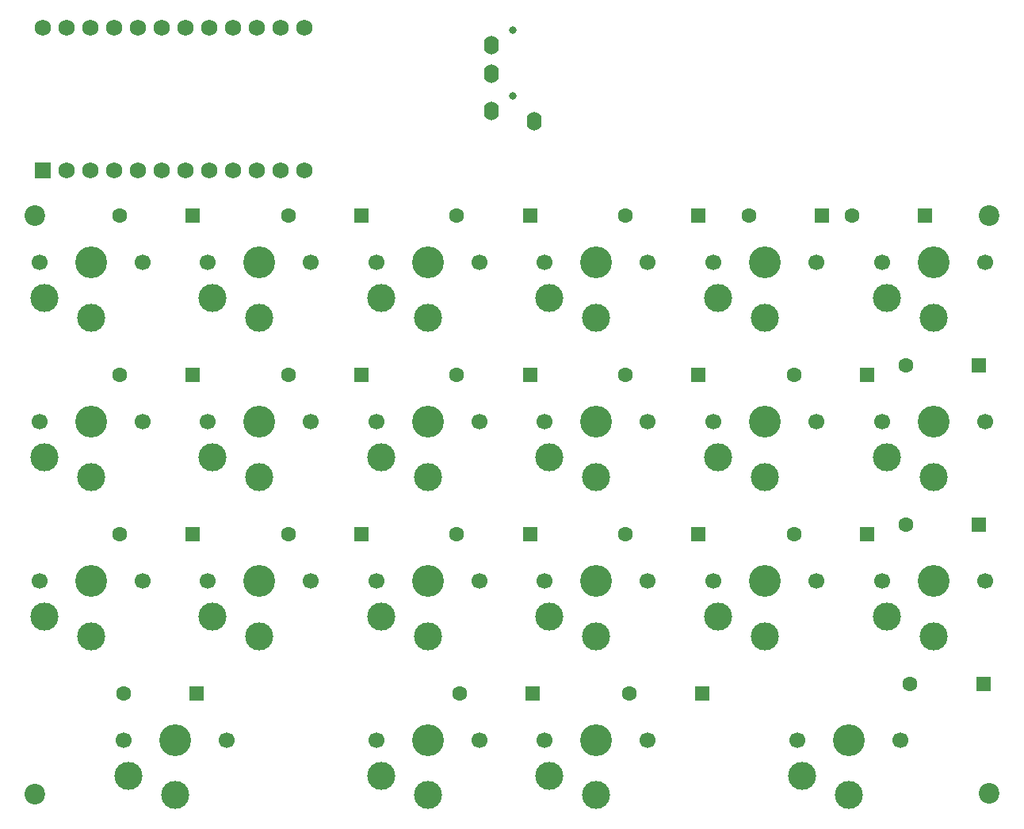
<source format=gbr>
G04 #@! TF.GenerationSoftware,KiCad,Pcbnew,5.1.10-88a1d61d58~88~ubuntu18.04.1*
G04 #@! TF.CreationDate,2021-10-06T13:15:52-05:00*
G04 #@! TF.ProjectId,keyboard,6b657962-6f61-4726-942e-6b696361645f,rev?*
G04 #@! TF.SameCoordinates,Original*
G04 #@! TF.FileFunction,Soldermask,Top*
G04 #@! TF.FilePolarity,Negative*
%FSLAX46Y46*%
G04 Gerber Fmt 4.6, Leading zero omitted, Abs format (unit mm)*
G04 Created by KiCad (PCBNEW 5.1.10-88a1d61d58~88~ubuntu18.04.1) date 2021-10-06 13:15:52*
%MOMM*%
%LPD*%
G01*
G04 APERTURE LIST*
%ADD10C,1.700000*%
%ADD11C,3.400000*%
%ADD12C,3.000000*%
%ADD13O,1.600000X2.000000*%
%ADD14C,0.800000*%
%ADD15C,2.200000*%
%ADD16C,1.752600*%
%ADD17R,1.752600X1.752600*%
%ADD18C,1.600000*%
%ADD19R,1.600000X1.600000*%
G04 APERTURE END LIST*
D10*
X86500000Y-72000000D03*
X97500000Y-72000000D03*
D11*
X92000000Y-72000000D03*
D12*
X87000000Y-75800000D03*
X92000000Y-77900000D03*
D10*
X14500000Y-72000000D03*
X25500000Y-72000000D03*
D11*
X20000000Y-72000000D03*
D12*
X15000000Y-75800000D03*
X20000000Y-77900000D03*
D13*
X53750000Y-800000D03*
D14*
X56050000Y3800000D03*
X56050000Y-3200000D03*
D13*
X53750000Y2200000D03*
X53750000Y-4800000D03*
X58350000Y-5900000D03*
D15*
X5000000Y-77800000D03*
X5000000Y-16000000D03*
X106950000Y-77680000D03*
X107000000Y-16000000D03*
D16*
X5880000Y4070000D03*
X33820000Y-11170000D03*
X8420000Y4070000D03*
X10960000Y4070000D03*
X13500000Y4070000D03*
X16040000Y4070000D03*
X18580000Y4070000D03*
X21120000Y4070000D03*
X23660000Y4070000D03*
X26200000Y4070000D03*
X28740000Y4070000D03*
X31280000Y4070000D03*
X33820000Y4070000D03*
X31280000Y-11170000D03*
X28740000Y-11170000D03*
X26200000Y-11170000D03*
X23660000Y-11170000D03*
X21120000Y-11170000D03*
X18580000Y-11170000D03*
X16040000Y-11170000D03*
X13500000Y-11170000D03*
X10960000Y-11170000D03*
X8420000Y-11170000D03*
D17*
X5880000Y-11170000D03*
D10*
X59500000Y-72000000D03*
X70500000Y-72000000D03*
D11*
X65000000Y-72000000D03*
D12*
X60000000Y-75800000D03*
X65000000Y-77900000D03*
D10*
X23500000Y-55000000D03*
X34500000Y-55000000D03*
D11*
X29000000Y-55000000D03*
D12*
X24000000Y-58800000D03*
X29000000Y-60900000D03*
D10*
X41500000Y-55000000D03*
X52500000Y-55000000D03*
D11*
X47000000Y-55000000D03*
D12*
X42000000Y-58800000D03*
X47000000Y-60900000D03*
D10*
X59500000Y-55000000D03*
X70500000Y-55000000D03*
D11*
X65000000Y-55000000D03*
D12*
X60000000Y-58800000D03*
X65000000Y-60900000D03*
D10*
X77500000Y-55000000D03*
X88500000Y-55000000D03*
D11*
X83000000Y-55000000D03*
D12*
X78000000Y-58800000D03*
X83000000Y-60900000D03*
D10*
X95500000Y-55000000D03*
X106500000Y-55000000D03*
D11*
X101000000Y-55000000D03*
D12*
X96000000Y-58800000D03*
X101000000Y-60900000D03*
D10*
X5500000Y-55000000D03*
X16500000Y-55000000D03*
D11*
X11000000Y-55000000D03*
D12*
X6000000Y-58800000D03*
X11000000Y-60900000D03*
D10*
X59500000Y-38000000D03*
X70500000Y-38000000D03*
D11*
X65000000Y-38000000D03*
D12*
X60000000Y-41800000D03*
X65000000Y-43900000D03*
D10*
X77500000Y-38000000D03*
X88500000Y-38000000D03*
D11*
X83000000Y-38000000D03*
D12*
X78000000Y-41800000D03*
X83000000Y-43900000D03*
D10*
X23500000Y-38000000D03*
X34500000Y-38000000D03*
D11*
X29000000Y-38000000D03*
D12*
X24000000Y-41800000D03*
X29000000Y-43900000D03*
D10*
X95500000Y-38000000D03*
X106500000Y-38000000D03*
D11*
X101000000Y-38000000D03*
D12*
X96000000Y-41800000D03*
X101000000Y-43900000D03*
D10*
X5500000Y-38000000D03*
X16500000Y-38000000D03*
D11*
X11000000Y-38000000D03*
D12*
X6000000Y-41800000D03*
X11000000Y-43900000D03*
D10*
X41500000Y-38000000D03*
X52500000Y-38000000D03*
D11*
X47000000Y-38000000D03*
D12*
X42000000Y-41800000D03*
X47000000Y-43900000D03*
D10*
X41500000Y-21000000D03*
X52500000Y-21000000D03*
D11*
X47000000Y-21000000D03*
D12*
X42000000Y-24800000D03*
X47000000Y-26900000D03*
D10*
X59500000Y-21000000D03*
X70500000Y-21000000D03*
D11*
X65000000Y-21000000D03*
D12*
X60000000Y-24800000D03*
X65000000Y-26900000D03*
D10*
X77500000Y-21000000D03*
X88500000Y-21000000D03*
D11*
X83000000Y-21000000D03*
D12*
X78000000Y-24800000D03*
X83000000Y-26900000D03*
D10*
X95500000Y-21000000D03*
X106500000Y-21000000D03*
D11*
X101000000Y-21000000D03*
D12*
X96000000Y-24800000D03*
X101000000Y-26900000D03*
D10*
X5500000Y-21000000D03*
X16500000Y-21000000D03*
D11*
X11000000Y-21000000D03*
D12*
X6000000Y-24800000D03*
X11000000Y-26900000D03*
D10*
X23500000Y-21000000D03*
X34500000Y-21000000D03*
D11*
X29000000Y-21000000D03*
D12*
X24000000Y-24800000D03*
X29000000Y-26900000D03*
D10*
X41500000Y-72000000D03*
X52500000Y-72000000D03*
D11*
X47000000Y-72000000D03*
D12*
X42000000Y-75800000D03*
X47000000Y-77900000D03*
D18*
X14100000Y-16000000D03*
D19*
X21900000Y-16000000D03*
D18*
X98525000Y-66000000D03*
D19*
X106325000Y-66000000D03*
D18*
X68525000Y-67000000D03*
D19*
X76325000Y-67000000D03*
D18*
X50400000Y-67000000D03*
D19*
X58200000Y-67000000D03*
D18*
X14525000Y-67000000D03*
D19*
X22325000Y-67000000D03*
D18*
X98100000Y-49000000D03*
D19*
X105900000Y-49000000D03*
D18*
X86100000Y-50000000D03*
D19*
X93900000Y-50000000D03*
D18*
X68100000Y-50000000D03*
D19*
X75900000Y-50000000D03*
D18*
X50100000Y-50000000D03*
D19*
X57900000Y-50000000D03*
D18*
X32100000Y-50000000D03*
D19*
X39900000Y-50000000D03*
D18*
X14100000Y-50000000D03*
D19*
X21900000Y-50000000D03*
D18*
X98100000Y-32000000D03*
D19*
X105900000Y-32000000D03*
D18*
X86100000Y-33000000D03*
D19*
X93900000Y-33000000D03*
D18*
X68100000Y-33000000D03*
D19*
X75900000Y-33000000D03*
D18*
X50100000Y-33000000D03*
D19*
X57900000Y-33000000D03*
D18*
X32100000Y-33000000D03*
D19*
X39900000Y-33000000D03*
D18*
X14100000Y-33000000D03*
D19*
X21900000Y-33000000D03*
D18*
X92300000Y-16000000D03*
D19*
X100100000Y-16000000D03*
D18*
X81300000Y-16000000D03*
D19*
X89100000Y-16000000D03*
D18*
X68100000Y-16000000D03*
D19*
X75900000Y-16000000D03*
D18*
X50100000Y-16000000D03*
D19*
X57900000Y-16000000D03*
D18*
X32100000Y-16000000D03*
D19*
X39900000Y-16000000D03*
M02*

</source>
